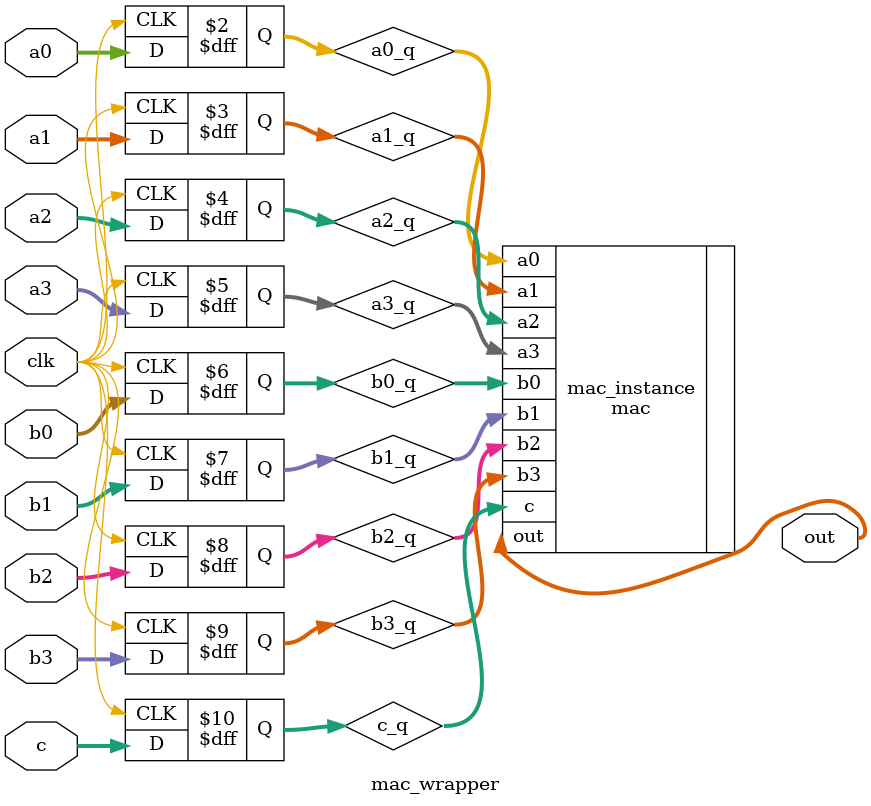
<source format=v>
module mac_wrapper (clk, out, a0, a1, a2, a3, b0, b1, b2, b3, c);

parameter bw = 4;
parameter psum_bw = 16;

output [psum_bw-1:0] out;
input  [bw-1:0] a0, a1, a2, a3;
input  [bw-1:0] b0, b1, b2, b3;
input  [psum_bw-1:0] c;
input  clk;

reg    [bw-1:0] a0_q, a1_q, a2_q, a3_q;
reg    [bw-1:0] b0_q, b1_q, b2_q, b3_q;
reg    [psum_bw-1:0] c_q;

mac #(.bw(bw), .psum_bw(psum_bw)) mac_instance (
        .a0(a0_q), 
        .b0(b0_q),
        .a1(a1_q), 
        .b1(b1_q),
        .a2(a2_q), 
        .b2(b2_q),
        .a3(a3_q), 
        .b3(b3_q),
        .c(c_q),
	.out(out)
); 

always @ (posedge clk) begin
        b0_q  <= b0;
        a0_q  <= a0;
        b1_q  <= b1;
        a1_q  <= a1;
        b2_q  <= b2;
        a2_q  <= a2;
        b3_q  <= b3;
        a3_q  <= a3;	
        c_q  <= c;
end

endmodule

</source>
